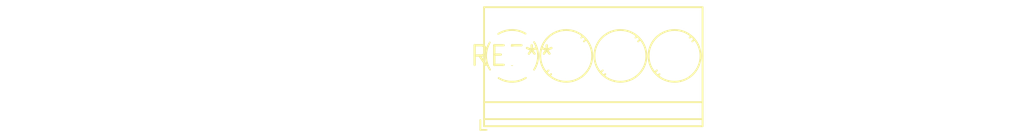
<source format=kicad_pcb>
(kicad_pcb (version 20240108) (generator pcbnew)
  (layers (0 "F.Cu" signal) (31 "B.Cu" signal) (34 "B.Paste" user) (35 "F.Paste" user) (36 "B.SilkS" user "B.Silkscreen") (37 "F.SilkS" user "F.Silkscreen") (38 "B.Mask" user) (39 "F.Mask" user) (44 "Edge.Cuts" user))
  (net 0 "")
  (footprint "TerminalBlock_Phoenix_PT-1,5-4-3.5-H_1x04_P3.50mm_Horizontal" (layer "F.Cu") (at 0 0)
    (property "Reference" "REF**")
    (property "Value" "TerminalBlock_Phoenix_PT-1,5-4-3.5-H_1x04_P3.50mm_Horizontal")
    (fp_line (start -2.05 4.16) (end -2.05 4.8) (layer "F.SilkS") (stroke (width 0.12)))
    (fp_line (start -2.05 4.8) (end -1.65 4.8) (layer "F.SilkS") (stroke (width 0.12)))
    (fp_line (start -1.81 -3.16) (end -1.81 4.56) (layer "F.SilkS") (stroke (width 0.12)))
    (fp_line (start -1.81 -3.16) (end 12.31 -3.16) (layer "F.SilkS") (stroke (width 0.12)))
    (fp_line (start -1.81 3) (end 12.31 3) (layer "F.SilkS") (stroke (width 0.12)))
    (fp_line (start -1.81 4.1) (end 12.31 4.1) (layer "F.SilkS") (stroke (width 0.12)))
    (fp_line (start -1.81 4.56) (end 12.31 4.56) (layer "F.SilkS") (stroke (width 0.12)))
    (fp_line (start 2.355 0.941) (end 2.226 1.069) (layer "F.SilkS") (stroke (width 0.12)))
    (fp_line (start 2.525 1.181) (end 2.431 1.274) (layer "F.SilkS") (stroke (width 0.12)))
    (fp_line (start 4.57 -1.275) (end 4.476 -1.181) (layer "F.SilkS") (stroke (width 0.12)))
    (fp_line (start 4.775 -1.069) (end 4.646 -0.941) (layer "F.SilkS") (stroke (width 0.12)))
    (fp_line (start 5.855 0.941) (end 5.726 1.069) (layer "F.SilkS") (stroke (width 0.12)))
    (fp_line (start 6.025 1.181) (end 5.931 1.274) (layer "F.SilkS") (stroke (width 0.12)))
    (fp_line (start 8.07 -1.275) (end 7.976 -1.181) (layer "F.SilkS") (stroke (width 0.12)))
    (fp_line (start 8.275 -1.069) (end 8.146 -0.941) (layer "F.SilkS") (stroke (width 0.12)))
    (fp_line (start 9.355 0.941) (end 9.226 1.069) (layer "F.SilkS") (stroke (width 0.12)))
    (fp_line (start 9.525 1.181) (end 9.431 1.274) (layer "F.SilkS") (stroke (width 0.12)))
    (fp_line (start 11.57 -1.275) (end 11.476 -1.181) (layer "F.SilkS") (stroke (width 0.12)))
    (fp_line (start 11.775 -1.069) (end 11.646 -0.941) (layer "F.SilkS") (stroke (width 0.12)))
    (fp_line (start 12.31 -3.16) (end 12.31 4.56) (layer "F.SilkS") (stroke (width 0.12)))
    (fp_arc (start -1.425358 0.889894) (mid -1.680286 0.014012) (end -1.44 -0.866) (layer "F.SilkS") (stroke (width 0.12)))
    (fp_arc (start -0.889894 -1.425358) (mid -0.014012 -1.680286) (end 0.866 -1.44) (layer "F.SilkS") (stroke (width 0.12)))
    (fp_arc (start 0.028674 1.680099) (mid -0.435535 1.622918) (end -0.866 1.44) (layer "F.SilkS") (stroke (width 0.12)))
    (fp_arc (start 0.890264 1.424721) (mid 0.463071 1.61492) (end 0 1.68) (layer "F.SilkS") (stroke (width 0.12)))
    (fp_arc (start 1.425504 -0.890193) (mid 1.680626 0.000476) (end 1.425 0.891) (layer "F.SilkS") (stroke (width 0.12)))
    (fp_circle (center 3.5 0) (end 5.18 0) (layer "F.SilkS") (stroke (width 0.12)) (fill none))
    (fp_circle (center 7 0) (end 8.68 0) (layer "F.SilkS") (stroke (width 0.12)) (fill none))
    (fp_circle (center 10.5 0) (end 12.18 0) (layer "F.SilkS") (stroke (width 0.12)) (fill none))
    (pad "1" thru_hole rect (at 0 0) (size 2.4 2.4) (drill 1.2) (layers *.Cu *.Mask) (remove_unused_layers))
    (pad "2" thru_hole circle (at 3.5 0) (size 2.4 2.4) (drill 1.2) (layers *.Cu *.Mask) (remove_unused_layers))
    (pad "3" thru_hole circle (at 7 0) (size 2.4 2.4) (drill 1.2) (layers *.Cu *.Mask) (remove_unused_layers))
    (pad "4" thru_hole circle (at 10.5 0) (size 2.4 2.4) (drill 1.2) (layers *.Cu *.Mask) (remove_unused_layers))
  )
)
</source>
